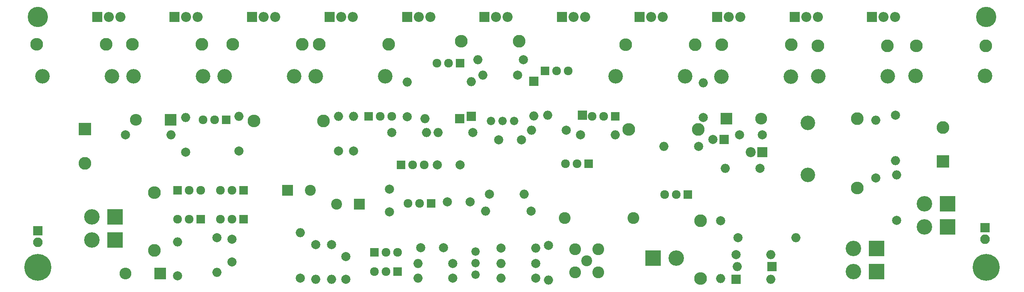
<source format=gbr>
G04 #@! TF.FileFunction,Soldermask,Top*
%FSLAX46Y46*%
G04 Gerber Fmt 4.6, Leading zero omitted, Abs format (unit mm)*
G04 Created by KiCad (PCBNEW 4.0.7) date 04/07/22 10:52:14*
%MOMM*%
%LPD*%
G01*
G04 APERTURE LIST*
%ADD10C,0.100000*%
%ADD11C,1.920000*%
%ADD12R,1.920000X1.920000*%
%ADD13C,2.000000*%
%ADD14O,2.000000X2.000000*%
%ADD15C,2.800000*%
%ADD16O,2.800000X2.800000*%
%ADD17R,2.600000X2.600000*%
%ADD18O,2.600000X2.600000*%
%ADD19R,2.800000X2.800000*%
%ADD20C,2.600000*%
%ADD21C,2.400000*%
%ADD22R,2.000000X2.000000*%
%ADD23R,2.400000X2.400000*%
%ADD24R,2.200000X2.200000*%
%ADD25C,2.200000*%
%ADD26C,1.840000*%
%ADD27C,5.900000*%
%ADD28C,4.464000*%
%ADD29O,2.200000X2.200000*%
%ADD30C,3.200000*%
%ADD31R,2.100000X2.100000*%
%ADD32O,2.100000X2.100000*%
%ADD33R,3.400000X3.400000*%
%ADD34C,3.400000*%
%ADD35O,3.200000X3.200000*%
G04 APERTURE END LIST*
D10*
D11*
X133110000Y-57150000D03*
X130570000Y-57150000D03*
D12*
X135650000Y-57150000D03*
D13*
X120142000Y-84836000D03*
X120142000Y-89836000D03*
X138430000Y-72390000D03*
D14*
X130810000Y-72390000D03*
D15*
X148590000Y-52324000D03*
D16*
X135890000Y-52324000D03*
D11*
X85598000Y-91440000D03*
X83058000Y-91440000D03*
D12*
X88138000Y-91440000D03*
D13*
X73660000Y-103886000D03*
D14*
X73660000Y-96386000D03*
D15*
X187198000Y-53086000D03*
D16*
X171958000Y-53086000D03*
D11*
X183060000Y-86000000D03*
X180520000Y-86000000D03*
D12*
X185600000Y-86000000D03*
D11*
X76200000Y-85090000D03*
X78740000Y-85090000D03*
D12*
X73660000Y-85090000D03*
D17*
X194056000Y-69342000D03*
D18*
X201676000Y-69342000D03*
D19*
X53340000Y-71628000D03*
D15*
X53340000Y-79128000D03*
D20*
X160880000Y-103070000D03*
X160880000Y-97990000D03*
X165960000Y-97990000D03*
X165960000Y-103070000D03*
D21*
X163420000Y-100530000D03*
D22*
X193548000Y-73914000D03*
D13*
X191048000Y-73914000D03*
D11*
X119340000Y-98700000D03*
X121880000Y-98700000D03*
D12*
X116800000Y-98700000D03*
D13*
X162052000Y-72898000D03*
D14*
X169672000Y-72898000D03*
D13*
X85598000Y-100838000D03*
X85598000Y-95838000D03*
X201930000Y-72898000D03*
X196930000Y-72898000D03*
X110600000Y-104600000D03*
X110600000Y-99600000D03*
D23*
X97790000Y-85090000D03*
D21*
X102790000Y-85090000D03*
D23*
X113538000Y-88138000D03*
D21*
X108538000Y-88138000D03*
D13*
X132842000Y-87630000D03*
X137842000Y-87630000D03*
X149500000Y-56400000D03*
D14*
X139500000Y-56400000D03*
D13*
X231394000Y-91694000D03*
D14*
X231394000Y-81694000D03*
D13*
X62230000Y-72898000D03*
D14*
X72230000Y-72898000D03*
D19*
X241554000Y-78740000D03*
D15*
X241554000Y-71240000D03*
D13*
X231140000Y-68580000D03*
D14*
X231140000Y-78580000D03*
D17*
X69850000Y-103378000D03*
D18*
X62230000Y-103378000D03*
D24*
X201930000Y-76708000D03*
D25*
X199390000Y-76708000D03*
D22*
X138100000Y-68800000D03*
D14*
X138100000Y-61180000D03*
D22*
X151825000Y-61100000D03*
D14*
X151825000Y-68720000D03*
D17*
X72136000Y-69596000D03*
D18*
X64516000Y-69596000D03*
D13*
X144600000Y-97800000D03*
D14*
X152220000Y-97800000D03*
D13*
X155000000Y-97200000D03*
D14*
X155000000Y-104820000D03*
D13*
X87122000Y-76454000D03*
D14*
X87122000Y-68834000D03*
D13*
X75438000Y-76708000D03*
D14*
X75438000Y-69088000D03*
D13*
X82296000Y-95504000D03*
D14*
X82296000Y-103124000D03*
D13*
X134000000Y-101200000D03*
D14*
X126380000Y-101200000D03*
D13*
X134000000Y-104400000D03*
D14*
X126380000Y-104400000D03*
D13*
X152200000Y-101200000D03*
D14*
X144580000Y-101200000D03*
D13*
X152200000Y-104400000D03*
D14*
X144580000Y-104400000D03*
D26*
X139000000Y-103600000D03*
X139000000Y-101060000D03*
X139000000Y-98520000D03*
D15*
X188400000Y-91800000D03*
D16*
X188400000Y-104500000D03*
D13*
X201422000Y-80264000D03*
D14*
X193802000Y-80264000D03*
D15*
X68580000Y-98298000D03*
D16*
X68580000Y-85598000D03*
D13*
X107400000Y-97000000D03*
D14*
X107400000Y-104620000D03*
D13*
X104000000Y-97000000D03*
D14*
X104000000Y-104620000D03*
D13*
X192800000Y-91800000D03*
D14*
X192800000Y-104500000D03*
D13*
X112268000Y-76454000D03*
D14*
X112268000Y-68834000D03*
D26*
X147450000Y-69800000D03*
X144910000Y-69800000D03*
X142370000Y-69800000D03*
D13*
X158875000Y-71900000D03*
D14*
X151255000Y-71900000D03*
D13*
X187960000Y-75438000D03*
D14*
X180340000Y-75438000D03*
D13*
X120650000Y-72390000D03*
D14*
X128270000Y-72390000D03*
D15*
X187825000Y-71700000D03*
D16*
X172585000Y-71700000D03*
D13*
X124050000Y-68900000D03*
D14*
X124050000Y-61280000D03*
D13*
X188925000Y-69075000D03*
D14*
X188925000Y-61455000D03*
D13*
X226800000Y-82400000D03*
D14*
X226800000Y-69700000D03*
D27*
X251000000Y-102000000D03*
D28*
X251000000Y-47000000D03*
D27*
X43000000Y-102000000D03*
D28*
X43000000Y-47000000D03*
D15*
X105664000Y-69850000D03*
D16*
X90424000Y-69850000D03*
D20*
X158600000Y-91200000D03*
X173600000Y-91200000D03*
D24*
X141000000Y-47000000D03*
D29*
X143540000Y-47000000D03*
X146080000Y-47000000D03*
D24*
X124000000Y-47000000D03*
D29*
X126540000Y-47000000D03*
X129080000Y-47000000D03*
D24*
X158000000Y-47000000D03*
D29*
X160540000Y-47000000D03*
X163080000Y-47000000D03*
D30*
X211950000Y-81690000D03*
X211950000Y-70260000D03*
D15*
X222758000Y-69342000D03*
D16*
X222758000Y-84582000D03*
D11*
X119360000Y-102900000D03*
X116820000Y-102900000D03*
D12*
X121900000Y-102900000D03*
D11*
X85598000Y-85090000D03*
X83058000Y-85090000D03*
D12*
X88138000Y-85090000D03*
D11*
X76200000Y-91440000D03*
X73660000Y-91440000D03*
D12*
X78740000Y-91440000D03*
D11*
X126710000Y-87950000D03*
X124170000Y-87950000D03*
D12*
X129250000Y-87950000D03*
D11*
X118110000Y-68834000D03*
X120650000Y-68834000D03*
D12*
X115570000Y-68834000D03*
D11*
X167132000Y-68834000D03*
X164592000Y-68834000D03*
D12*
X169672000Y-68834000D03*
D13*
X100584000Y-104394000D03*
D14*
X100584000Y-94394000D03*
D13*
X196596000Y-95504000D03*
D14*
X209296000Y-95504000D03*
D13*
X151200000Y-89650000D03*
D14*
X141200000Y-89650000D03*
D13*
X135636000Y-79502000D03*
X130636000Y-79502000D03*
X142050000Y-85900000D03*
D14*
X149670000Y-85900000D03*
D31*
X250750000Y-93250000D03*
D32*
X250750000Y-95790000D03*
D31*
X43000000Y-94000000D03*
D32*
X43000000Y-96540000D03*
D33*
X227000000Y-97900000D03*
D34*
X221920000Y-97900000D03*
D33*
X227000000Y-102980000D03*
D34*
X221920000Y-102980000D03*
D33*
X242600000Y-88000000D03*
D34*
X237520000Y-88000000D03*
D33*
X242600000Y-93080000D03*
D34*
X237520000Y-93080000D03*
D33*
X59944000Y-90932000D03*
D34*
X54864000Y-90932000D03*
D33*
X59944000Y-96012000D03*
D34*
X54864000Y-96012000D03*
D33*
X178000000Y-100000000D03*
D34*
X183080000Y-100000000D03*
D22*
X196200000Y-104600000D03*
D14*
X203820000Y-104600000D03*
D22*
X204000000Y-101800000D03*
D14*
X196380000Y-101800000D03*
D13*
X196200000Y-99200000D03*
D14*
X203820000Y-99200000D03*
D15*
X120000000Y-53000000D03*
D16*
X104760000Y-53000000D03*
D15*
X101000000Y-53000000D03*
D16*
X85760000Y-53000000D03*
D15*
X79000000Y-53000000D03*
D16*
X63760000Y-53000000D03*
D15*
X58000000Y-53000000D03*
D16*
X42760000Y-53000000D03*
D15*
X250952000Y-53340000D03*
D16*
X235712000Y-53340000D03*
D15*
X229362000Y-53340000D03*
D16*
X214122000Y-53340000D03*
D15*
X208280000Y-53086000D03*
D16*
X193040000Y-53086000D03*
D13*
X131960000Y-97660000D03*
X126960000Y-97660000D03*
D22*
X135500000Y-69300000D03*
D14*
X127880000Y-69300000D03*
D22*
X162425000Y-68575000D03*
D14*
X154805000Y-68575000D03*
D11*
X81788000Y-69596000D03*
X79248000Y-69596000D03*
D12*
X84328000Y-69596000D03*
D11*
X125222000Y-79502000D03*
X127762000Y-79502000D03*
D12*
X122682000Y-79502000D03*
D11*
X161290000Y-79248000D03*
X158750000Y-79248000D03*
D12*
X163830000Y-79248000D03*
D24*
X56000000Y-47000000D03*
D29*
X58540000Y-47000000D03*
X61080000Y-47000000D03*
D24*
X226000000Y-47000000D03*
D29*
X228540000Y-47000000D03*
X231080000Y-47000000D03*
D24*
X73000000Y-47000000D03*
D29*
X75540000Y-47000000D03*
X78080000Y-47000000D03*
D24*
X209000000Y-47000000D03*
D29*
X211540000Y-47000000D03*
X214080000Y-47000000D03*
D24*
X90000000Y-47000000D03*
D29*
X92540000Y-47000000D03*
X95080000Y-47000000D03*
D24*
X192000000Y-47000000D03*
D29*
X194540000Y-47000000D03*
X197080000Y-47000000D03*
D24*
X107000000Y-47000000D03*
D29*
X109540000Y-47000000D03*
X112080000Y-47000000D03*
D24*
X175000000Y-47000000D03*
D29*
X177540000Y-47000000D03*
X180080000Y-47000000D03*
D11*
X156790000Y-58800000D03*
X159330000Y-58800000D03*
D12*
X154250000Y-58800000D03*
D13*
X108966000Y-76454000D03*
D14*
X108966000Y-68834000D03*
D30*
X44000000Y-60000000D03*
D35*
X59240000Y-60000000D03*
D30*
X250750000Y-59900000D03*
D35*
X235510000Y-59900000D03*
D30*
X64000000Y-60000000D03*
D35*
X79240000Y-60000000D03*
D30*
X229450000Y-59975000D03*
D35*
X214210000Y-59975000D03*
D30*
X84000000Y-60000000D03*
D35*
X99240000Y-60000000D03*
D30*
X208200000Y-60100000D03*
D35*
X192960000Y-60100000D03*
D30*
X104000000Y-60000000D03*
D35*
X119240000Y-60000000D03*
D30*
X185000000Y-60000000D03*
D35*
X169760000Y-60000000D03*
D13*
X148250000Y-59750000D03*
D14*
X140630000Y-59750000D03*
D13*
X149050000Y-73950000D03*
X144050000Y-73950000D03*
M02*

</source>
